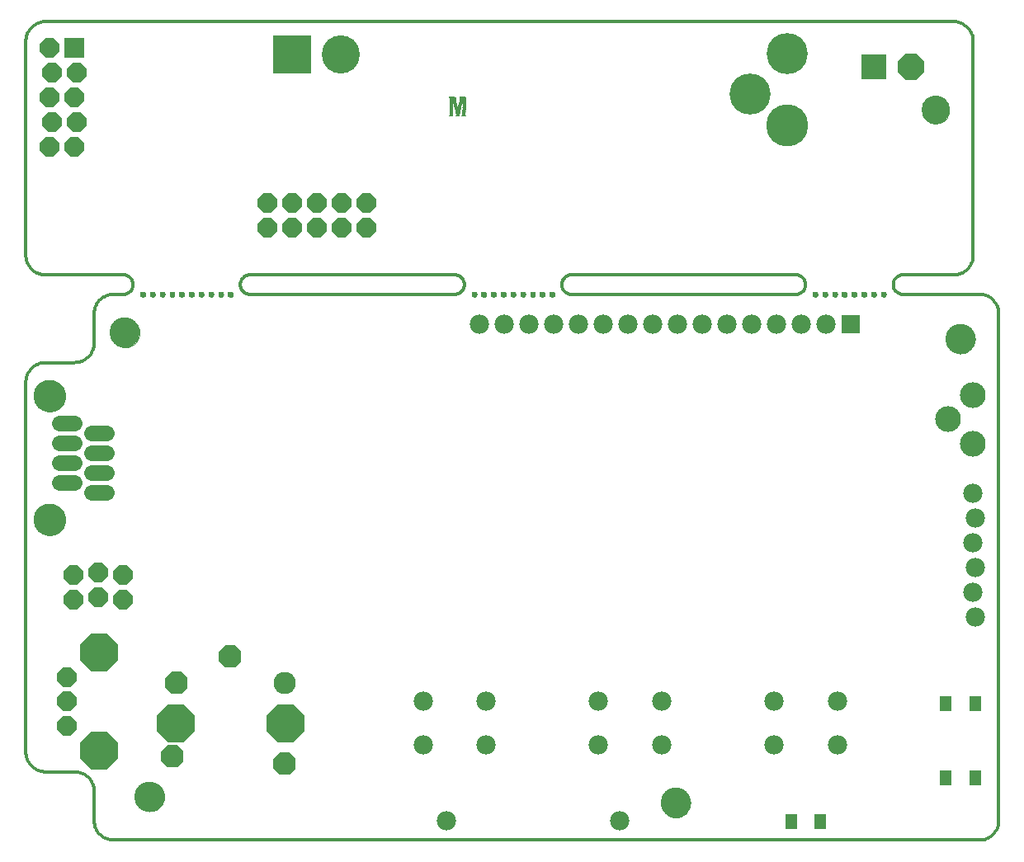
<source format=gbs>
G75*
%MOIN*%
%OFA0B0*%
%FSLAX24Y24*%
%IPPOS*%
%LPD*%
%AMOC8*
5,1,8,0,0,1.08239X$1,22.5*
%
%ADD10C,0.0120*%
%ADD11C,0.0000*%
%ADD12C,0.1142*%
%ADD13C,0.0237*%
%ADD14C,0.1221*%
%ADD15OC8,0.0800*%
%ADD16R,0.0800X0.0800*%
%ADD17R,0.0003X0.0003*%
%ADD18R,0.0029X0.0003*%
%ADD19R,0.0003X0.0003*%
%ADD20R,0.0044X0.0003*%
%ADD21R,0.0148X0.0003*%
%ADD22R,0.0112X0.0003*%
%ADD23R,0.0138X0.0003*%
%ADD24R,0.0159X0.0003*%
%ADD25R,0.0127X0.0003*%
%ADD26R,0.0159X0.0003*%
%ADD27R,0.0122X0.0003*%
%ADD28R,0.0156X0.0003*%
%ADD29R,0.0161X0.0003*%
%ADD30R,0.0161X0.0003*%
%ADD31R,0.0130X0.0003*%
%ADD32R,0.0161X0.0003*%
%ADD33R,0.0133X0.0003*%
%ADD34R,0.0164X0.0003*%
%ADD35R,0.0133X0.0003*%
%ADD36R,0.0135X0.0003*%
%ADD37R,0.0164X0.0003*%
%ADD38R,0.0138X0.0003*%
%ADD39R,0.0143X0.0003*%
%ADD40R,0.0140X0.0003*%
%ADD41R,0.0161X0.0003*%
%ADD42R,0.0164X0.0003*%
%ADD43R,0.0146X0.0003*%
%ADD44R,0.0146X0.0003*%
%ADD45R,0.0148X0.0003*%
%ADD46R,0.0164X0.0003*%
%ADD47R,0.0151X0.0003*%
%ADD48R,0.0153X0.0003*%
%ADD49R,0.0151X0.0003*%
%ADD50R,0.0153X0.0003*%
%ADD51R,0.0153X0.0003*%
%ADD52R,0.0156X0.0003*%
%ADD53R,0.0156X0.0003*%
%ADD54R,0.0166X0.0003*%
%ADD55R,0.0166X0.0003*%
%ADD56R,0.0169X0.0003*%
%ADD57R,0.0172X0.0003*%
%ADD58R,0.0174X0.0003*%
%ADD59R,0.0169X0.0003*%
%ADD60R,0.0179X0.0003*%
%ADD61R,0.0179X0.0003*%
%ADD62R,0.0185X0.0003*%
%ADD63R,0.0182X0.0003*%
%ADD64R,0.0185X0.0003*%
%ADD65R,0.0190X0.0003*%
%ADD66R,0.0192X0.0003*%
%ADD67R,0.0195X0.0003*%
%ADD68R,0.0198X0.0003*%
%ADD69R,0.0200X0.0003*%
%ADD70R,0.0203X0.0003*%
%ADD71R,0.0200X0.0003*%
%ADD72R,0.0203X0.0003*%
%ADD73R,0.0205X0.0003*%
%ADD74R,0.0205X0.0003*%
%ADD75R,0.0208X0.0003*%
%ADD76R,0.0208X0.0003*%
%ADD77R,0.0211X0.0003*%
%ADD78R,0.0213X0.0003*%
%ADD79R,0.0213X0.0003*%
%ADD80R,0.0216X0.0003*%
%ADD81R,0.0216X0.0003*%
%ADD82R,0.0218X0.0003*%
%ADD83R,0.0221X0.0003*%
%ADD84R,0.0221X0.0003*%
%ADD85R,0.0221X0.0003*%
%ADD86R,0.0224X0.0003*%
%ADD87R,0.0226X0.0003*%
%ADD88R,0.0226X0.0003*%
%ADD89R,0.0231X0.0003*%
%ADD90R,0.0229X0.0003*%
%ADD91R,0.0231X0.0003*%
%ADD92R,0.0234X0.0003*%
%ADD93R,0.0237X0.0003*%
%ADD94R,0.0239X0.0003*%
%ADD95R,0.0156X0.0003*%
%ADD96R,0.0242X0.0003*%
%ADD97R,0.0239X0.0003*%
%ADD98R,0.0242X0.0003*%
%ADD99R,0.0244X0.0003*%
%ADD100R,0.0244X0.0003*%
%ADD101R,0.0247X0.0003*%
%ADD102R,0.0250X0.0003*%
%ADD103R,0.0250X0.0003*%
%ADD104R,0.0252X0.0003*%
%ADD105R,0.0153X0.0003*%
%ADD106R,0.0252X0.0003*%
%ADD107R,0.0255X0.0003*%
%ADD108R,0.0255X0.0003*%
%ADD109R,0.0257X0.0003*%
%ADD110R,0.0257X0.0003*%
%ADD111R,0.0260X0.0003*%
%ADD112R,0.0260X0.0003*%
%ADD113R,0.0263X0.0003*%
%ADD114R,0.0265X0.0003*%
%ADD115R,0.0265X0.0003*%
%ADD116R,0.0268X0.0003*%
%ADD117R,0.0133X0.0003*%
%ADD118R,0.0127X0.0003*%
%ADD119R,0.0130X0.0003*%
%ADD120R,0.0127X0.0003*%
%ADD121R,0.0127X0.0003*%
%ADD122R,0.0125X0.0003*%
%ADD123R,0.0125X0.0003*%
%ADD124R,0.0125X0.0003*%
%ADD125R,0.0122X0.0003*%
%ADD126R,0.0125X0.0003*%
%ADD127R,0.0133X0.0003*%
%ADD128R,0.0296X0.0003*%
%ADD129R,0.0296X0.0003*%
%ADD130R,0.0294X0.0003*%
%ADD131R,0.0296X0.0003*%
%ADD132R,0.0294X0.0003*%
%ADD133R,0.0294X0.0003*%
%ADD134R,0.0294X0.0003*%
%ADD135R,0.0291X0.0003*%
%ADD136R,0.0291X0.0003*%
%ADD137R,0.0289X0.0003*%
%ADD138R,0.0289X0.0003*%
%ADD139R,0.0286X0.0003*%
%ADD140R,0.0286X0.0003*%
%ADD141R,0.0286X0.0003*%
%ADD142R,0.0286X0.0003*%
%ADD143R,0.0283X0.0003*%
%ADD144R,0.0283X0.0003*%
%ADD145R,0.0281X0.0003*%
%ADD146R,0.0278X0.0003*%
%ADD147R,0.0281X0.0003*%
%ADD148R,0.0278X0.0003*%
%ADD149R,0.0278X0.0003*%
%ADD150R,0.0276X0.0003*%
%ADD151R,0.0278X0.0003*%
%ADD152R,0.0276X0.0003*%
%ADD153R,0.0273X0.0003*%
%ADD154R,0.0273X0.0003*%
%ADD155R,0.0273X0.0003*%
%ADD156R,0.0273X0.0003*%
%ADD157R,0.0270X0.0003*%
%ADD158R,0.0270X0.0003*%
%ADD159R,0.0268X0.0003*%
%ADD160R,0.0268X0.0003*%
%ADD161R,0.0263X0.0003*%
%ADD162R,0.0263X0.0003*%
%ADD163R,0.0263X0.0003*%
%ADD164R,0.0265X0.0003*%
%ADD165R,0.0255X0.0003*%
%ADD166R,0.0257X0.0003*%
%ADD167R,0.0247X0.0003*%
%ADD168R,0.0244X0.0003*%
%ADD169R,0.0237X0.0003*%
%ADD170R,0.0237X0.0003*%
%ADD171R,0.0003X0.0003*%
%ADD172R,0.0003X0.0003*%
%ADD173R,0.0190X0.0003*%
%ADD174OC8,0.0780*%
%ADD175R,0.1540X0.1540*%
%ADD176C,0.1540*%
%ADD177OC8,0.1040*%
%ADD178R,0.1040X0.1040*%
%ADD179R,0.0780X0.0780*%
%ADD180C,0.0780*%
%ADD181C,0.0634*%
%ADD182C,0.1300*%
%ADD183OC8,0.1540*%
%ADD184C,0.0900*%
%ADD185OC8,0.0900*%
%ADD186R,0.0512X0.0591*%
%ADD187C,0.1040*%
%ADD188C,0.1700*%
%ADD189C,0.1660*%
D10*
X007011Y006459D02*
X007011Y021420D01*
X007013Y021474D01*
X007018Y021527D01*
X007027Y021580D01*
X007040Y021632D01*
X007056Y021684D01*
X007076Y021734D01*
X007099Y021782D01*
X007126Y021829D01*
X007155Y021874D01*
X007188Y021917D01*
X007223Y021957D01*
X007261Y021995D01*
X007301Y022030D01*
X007344Y022063D01*
X007389Y022092D01*
X007436Y022119D01*
X007484Y022142D01*
X007534Y022162D01*
X007586Y022178D01*
X007638Y022191D01*
X007691Y022200D01*
X007744Y022205D01*
X007798Y022207D01*
X008979Y022207D01*
X008979Y022208D02*
X009033Y022210D01*
X009086Y022215D01*
X009139Y022224D01*
X009191Y022237D01*
X009243Y022253D01*
X009293Y022273D01*
X009341Y022296D01*
X009388Y022323D01*
X009433Y022352D01*
X009476Y022385D01*
X009516Y022420D01*
X009554Y022458D01*
X009589Y022498D01*
X009622Y022541D01*
X009651Y022586D01*
X009678Y022633D01*
X009701Y022681D01*
X009721Y022731D01*
X009737Y022783D01*
X009750Y022835D01*
X009759Y022888D01*
X009764Y022941D01*
X009766Y022995D01*
X009767Y022995D02*
X009767Y024176D01*
X009769Y024230D01*
X009774Y024283D01*
X009783Y024336D01*
X009796Y024388D01*
X009812Y024440D01*
X009832Y024490D01*
X009855Y024538D01*
X009882Y024585D01*
X009911Y024630D01*
X009944Y024673D01*
X009979Y024713D01*
X010017Y024751D01*
X010057Y024786D01*
X010100Y024819D01*
X010145Y024848D01*
X010192Y024875D01*
X010240Y024898D01*
X010290Y024918D01*
X010342Y024934D01*
X010394Y024947D01*
X010447Y024956D01*
X010500Y024961D01*
X010554Y024963D01*
X010948Y024963D01*
X010987Y024965D01*
X011025Y024971D01*
X011062Y024980D01*
X011099Y024993D01*
X011134Y025010D01*
X011167Y025029D01*
X011198Y025052D01*
X011227Y025078D01*
X011253Y025107D01*
X011276Y025138D01*
X011295Y025171D01*
X011312Y025206D01*
X011325Y025243D01*
X011334Y025280D01*
X011340Y025318D01*
X011342Y025357D01*
X011340Y025396D01*
X011334Y025434D01*
X011325Y025471D01*
X011312Y025508D01*
X011295Y025543D01*
X011276Y025576D01*
X011253Y025607D01*
X011227Y025636D01*
X011198Y025662D01*
X011167Y025685D01*
X011134Y025704D01*
X011099Y025721D01*
X011062Y025734D01*
X011025Y025743D01*
X010987Y025749D01*
X010948Y025751D01*
X007798Y025751D01*
X007744Y025753D01*
X007691Y025758D01*
X007638Y025767D01*
X007586Y025780D01*
X007534Y025796D01*
X007484Y025816D01*
X007436Y025839D01*
X007389Y025866D01*
X007344Y025895D01*
X007301Y025928D01*
X007261Y025963D01*
X007223Y026001D01*
X007188Y026041D01*
X007155Y026084D01*
X007126Y026129D01*
X007099Y026176D01*
X007076Y026224D01*
X007056Y026274D01*
X007040Y026326D01*
X007027Y026378D01*
X007018Y026431D01*
X007013Y026484D01*
X007011Y026538D01*
X007011Y035199D01*
X007013Y035253D01*
X007018Y035306D01*
X007027Y035359D01*
X007040Y035411D01*
X007056Y035463D01*
X007076Y035513D01*
X007099Y035561D01*
X007126Y035608D01*
X007155Y035653D01*
X007188Y035696D01*
X007223Y035736D01*
X007261Y035774D01*
X007301Y035809D01*
X007344Y035842D01*
X007389Y035871D01*
X007436Y035898D01*
X007484Y035921D01*
X007534Y035941D01*
X007586Y035957D01*
X007638Y035970D01*
X007691Y035979D01*
X007744Y035984D01*
X007798Y035986D01*
X007798Y035987D02*
X044491Y035987D01*
X044491Y035986D02*
X044545Y035984D01*
X044598Y035979D01*
X044651Y035970D01*
X044703Y035957D01*
X044755Y035941D01*
X044805Y035921D01*
X044853Y035898D01*
X044900Y035871D01*
X044945Y035842D01*
X044988Y035809D01*
X045028Y035774D01*
X045066Y035736D01*
X045101Y035696D01*
X045134Y035653D01*
X045163Y035608D01*
X045190Y035561D01*
X045213Y035513D01*
X045233Y035463D01*
X045249Y035411D01*
X045262Y035359D01*
X045271Y035306D01*
X045276Y035253D01*
X045278Y035199D01*
X045279Y035199D02*
X045279Y026538D01*
X045278Y026538D02*
X045276Y026484D01*
X045271Y026431D01*
X045262Y026378D01*
X045249Y026326D01*
X045233Y026274D01*
X045213Y026224D01*
X045190Y026176D01*
X045163Y026129D01*
X045134Y026084D01*
X045101Y026041D01*
X045066Y026001D01*
X045028Y025963D01*
X044988Y025928D01*
X044945Y025895D01*
X044900Y025866D01*
X044853Y025839D01*
X044805Y025816D01*
X044755Y025796D01*
X044703Y025780D01*
X044651Y025767D01*
X044598Y025758D01*
X044545Y025753D01*
X044491Y025751D01*
X042444Y025751D01*
X042405Y025749D01*
X042367Y025743D01*
X042330Y025734D01*
X042293Y025721D01*
X042258Y025704D01*
X042225Y025685D01*
X042194Y025662D01*
X042165Y025636D01*
X042139Y025607D01*
X042116Y025576D01*
X042097Y025543D01*
X042080Y025508D01*
X042067Y025471D01*
X042058Y025434D01*
X042052Y025396D01*
X042050Y025357D01*
X042052Y025318D01*
X042058Y025280D01*
X042067Y025243D01*
X042080Y025206D01*
X042097Y025171D01*
X042116Y025138D01*
X042139Y025107D01*
X042165Y025078D01*
X042194Y025052D01*
X042225Y025029D01*
X042258Y025010D01*
X042293Y024993D01*
X042330Y024980D01*
X042367Y024971D01*
X042405Y024965D01*
X042444Y024963D01*
X045594Y024963D01*
X045593Y024963D02*
X045647Y024958D01*
X045699Y024950D01*
X045751Y024938D01*
X045802Y024922D01*
X045852Y024902D01*
X045901Y024879D01*
X045947Y024853D01*
X045991Y024823D01*
X046034Y024790D01*
X046074Y024754D01*
X046111Y024716D01*
X046145Y024675D01*
X046176Y024632D01*
X046205Y024586D01*
X046229Y024539D01*
X046251Y024490D01*
X046269Y024440D01*
X046283Y024388D01*
X046293Y024336D01*
X046300Y024282D01*
X046303Y024229D01*
X046302Y024176D01*
X046302Y003703D01*
X046303Y003650D01*
X046300Y003597D01*
X046293Y003543D01*
X046283Y003491D01*
X046269Y003439D01*
X046251Y003389D01*
X046229Y003340D01*
X046205Y003293D01*
X046176Y003247D01*
X046145Y003204D01*
X046111Y003163D01*
X046074Y003125D01*
X046034Y003089D01*
X045991Y003056D01*
X045947Y003026D01*
X045901Y003000D01*
X045852Y002977D01*
X045802Y002957D01*
X045751Y002941D01*
X045699Y002929D01*
X045647Y002921D01*
X045593Y002916D01*
X045594Y002916D02*
X010554Y002916D01*
X010500Y002918D01*
X010447Y002923D01*
X010394Y002932D01*
X010342Y002945D01*
X010290Y002961D01*
X010240Y002981D01*
X010192Y003004D01*
X010145Y003031D01*
X010100Y003060D01*
X010057Y003093D01*
X010017Y003128D01*
X009979Y003166D01*
X009944Y003206D01*
X009911Y003249D01*
X009882Y003294D01*
X009855Y003341D01*
X009832Y003389D01*
X009812Y003439D01*
X009796Y003491D01*
X009783Y003543D01*
X009774Y003596D01*
X009769Y003649D01*
X009767Y003703D01*
X009767Y004884D01*
X009766Y004884D02*
X009764Y004938D01*
X009759Y004991D01*
X009750Y005044D01*
X009737Y005096D01*
X009721Y005148D01*
X009701Y005198D01*
X009678Y005246D01*
X009651Y005293D01*
X009622Y005338D01*
X009589Y005381D01*
X009554Y005421D01*
X009516Y005459D01*
X009476Y005494D01*
X009433Y005527D01*
X009388Y005556D01*
X009341Y005583D01*
X009293Y005606D01*
X009243Y005626D01*
X009191Y005642D01*
X009139Y005655D01*
X009086Y005664D01*
X009033Y005669D01*
X008979Y005671D01*
X008979Y005672D02*
X007798Y005672D01*
X007744Y005674D01*
X007691Y005679D01*
X007638Y005688D01*
X007586Y005701D01*
X007534Y005717D01*
X007484Y005737D01*
X007436Y005760D01*
X007389Y005787D01*
X007344Y005816D01*
X007301Y005849D01*
X007261Y005884D01*
X007223Y005922D01*
X007188Y005962D01*
X007155Y006005D01*
X007126Y006050D01*
X007099Y006097D01*
X007076Y006145D01*
X007056Y006195D01*
X007040Y006247D01*
X007027Y006299D01*
X007018Y006352D01*
X007013Y006405D01*
X007011Y006459D01*
X016066Y024963D02*
X024334Y024963D01*
X024373Y024965D01*
X024411Y024971D01*
X024448Y024980D01*
X024485Y024993D01*
X024520Y025010D01*
X024553Y025029D01*
X024584Y025052D01*
X024613Y025078D01*
X024639Y025107D01*
X024662Y025138D01*
X024681Y025171D01*
X024698Y025206D01*
X024711Y025243D01*
X024720Y025280D01*
X024726Y025318D01*
X024728Y025357D01*
X024726Y025396D01*
X024720Y025434D01*
X024711Y025471D01*
X024698Y025508D01*
X024681Y025543D01*
X024662Y025576D01*
X024639Y025607D01*
X024613Y025636D01*
X024584Y025662D01*
X024553Y025685D01*
X024520Y025704D01*
X024485Y025721D01*
X024448Y025734D01*
X024411Y025743D01*
X024373Y025749D01*
X024334Y025751D01*
X016066Y025751D01*
X015672Y025357D02*
X015674Y025318D01*
X015680Y025280D01*
X015689Y025243D01*
X015702Y025206D01*
X015719Y025171D01*
X015738Y025138D01*
X015761Y025107D01*
X015787Y025078D01*
X015816Y025052D01*
X015847Y025029D01*
X015880Y025010D01*
X015915Y024993D01*
X015952Y024980D01*
X015989Y024971D01*
X016027Y024965D01*
X016066Y024963D01*
X015672Y025357D02*
X015674Y025396D01*
X015680Y025434D01*
X015689Y025471D01*
X015702Y025508D01*
X015719Y025543D01*
X015738Y025576D01*
X015761Y025607D01*
X015787Y025636D01*
X015816Y025662D01*
X015847Y025685D01*
X015880Y025704D01*
X015915Y025721D01*
X015952Y025734D01*
X015989Y025743D01*
X016027Y025749D01*
X016066Y025751D01*
X029058Y025751D02*
X038113Y025751D01*
X038507Y025357D02*
X038505Y025318D01*
X038499Y025280D01*
X038490Y025243D01*
X038477Y025206D01*
X038460Y025171D01*
X038441Y025138D01*
X038418Y025107D01*
X038392Y025078D01*
X038363Y025052D01*
X038332Y025029D01*
X038299Y025010D01*
X038264Y024993D01*
X038227Y024980D01*
X038190Y024971D01*
X038152Y024965D01*
X038113Y024963D01*
X029058Y024963D01*
X028664Y025357D02*
X028666Y025396D01*
X028672Y025434D01*
X028681Y025471D01*
X028694Y025508D01*
X028711Y025543D01*
X028730Y025576D01*
X028753Y025607D01*
X028779Y025636D01*
X028808Y025662D01*
X028839Y025685D01*
X028872Y025704D01*
X028907Y025721D01*
X028944Y025734D01*
X028981Y025743D01*
X029019Y025749D01*
X029058Y025751D01*
X028664Y025357D02*
X028666Y025318D01*
X028672Y025280D01*
X028681Y025243D01*
X028694Y025206D01*
X028711Y025171D01*
X028730Y025138D01*
X028753Y025107D01*
X028779Y025078D01*
X028808Y025052D01*
X028839Y025029D01*
X028872Y025010D01*
X028907Y024993D01*
X028944Y024980D01*
X028981Y024971D01*
X029019Y024965D01*
X029058Y024963D01*
X038113Y025751D02*
X038152Y025749D01*
X038190Y025743D01*
X038227Y025734D01*
X038264Y025721D01*
X038299Y025704D01*
X038332Y025685D01*
X038363Y025662D01*
X038392Y025636D01*
X038418Y025607D01*
X038441Y025576D01*
X038460Y025543D01*
X038477Y025508D01*
X038490Y025471D01*
X038499Y025434D01*
X038505Y025396D01*
X038507Y025357D01*
D11*
X038803Y024963D02*
X038805Y024982D01*
X038810Y025001D01*
X038820Y025017D01*
X038832Y025032D01*
X038847Y025044D01*
X038863Y025054D01*
X038882Y025059D01*
X038901Y025061D01*
X038920Y025059D01*
X038939Y025054D01*
X038955Y025044D01*
X038970Y025032D01*
X038982Y025017D01*
X038992Y025001D01*
X038997Y024982D01*
X038999Y024963D01*
X038997Y024944D01*
X038992Y024925D01*
X038982Y024909D01*
X038970Y024894D01*
X038955Y024882D01*
X038939Y024872D01*
X038920Y024867D01*
X038901Y024865D01*
X038882Y024867D01*
X038863Y024872D01*
X038847Y024882D01*
X038832Y024894D01*
X038820Y024909D01*
X038810Y024925D01*
X038805Y024944D01*
X038803Y024963D01*
X039196Y024963D02*
X039198Y024982D01*
X039203Y025001D01*
X039213Y025017D01*
X039225Y025032D01*
X039240Y025044D01*
X039256Y025054D01*
X039275Y025059D01*
X039294Y025061D01*
X039313Y025059D01*
X039332Y025054D01*
X039348Y025044D01*
X039363Y025032D01*
X039375Y025017D01*
X039385Y025001D01*
X039390Y024982D01*
X039392Y024963D01*
X039390Y024944D01*
X039385Y024925D01*
X039375Y024909D01*
X039363Y024894D01*
X039348Y024882D01*
X039332Y024872D01*
X039313Y024867D01*
X039294Y024865D01*
X039275Y024867D01*
X039256Y024872D01*
X039240Y024882D01*
X039225Y024894D01*
X039213Y024909D01*
X039203Y024925D01*
X039198Y024944D01*
X039196Y024963D01*
X039590Y024963D02*
X039592Y024982D01*
X039597Y025001D01*
X039607Y025017D01*
X039619Y025032D01*
X039634Y025044D01*
X039650Y025054D01*
X039669Y025059D01*
X039688Y025061D01*
X039707Y025059D01*
X039726Y025054D01*
X039742Y025044D01*
X039757Y025032D01*
X039769Y025017D01*
X039779Y025001D01*
X039784Y024982D01*
X039786Y024963D01*
X039784Y024944D01*
X039779Y024925D01*
X039769Y024909D01*
X039757Y024894D01*
X039742Y024882D01*
X039726Y024872D01*
X039707Y024867D01*
X039688Y024865D01*
X039669Y024867D01*
X039650Y024872D01*
X039634Y024882D01*
X039619Y024894D01*
X039607Y024909D01*
X039597Y024925D01*
X039592Y024944D01*
X039590Y024963D01*
X039984Y024963D02*
X039986Y024982D01*
X039991Y025001D01*
X040001Y025017D01*
X040013Y025032D01*
X040028Y025044D01*
X040044Y025054D01*
X040063Y025059D01*
X040082Y025061D01*
X040101Y025059D01*
X040120Y025054D01*
X040136Y025044D01*
X040151Y025032D01*
X040163Y025017D01*
X040173Y025001D01*
X040178Y024982D01*
X040180Y024963D01*
X040178Y024944D01*
X040173Y024925D01*
X040163Y024909D01*
X040151Y024894D01*
X040136Y024882D01*
X040120Y024872D01*
X040101Y024867D01*
X040082Y024865D01*
X040063Y024867D01*
X040044Y024872D01*
X040028Y024882D01*
X040013Y024894D01*
X040001Y024909D01*
X039991Y024925D01*
X039986Y024944D01*
X039984Y024963D01*
X040377Y024963D02*
X040379Y024982D01*
X040384Y025001D01*
X040394Y025017D01*
X040406Y025032D01*
X040421Y025044D01*
X040437Y025054D01*
X040456Y025059D01*
X040475Y025061D01*
X040494Y025059D01*
X040513Y025054D01*
X040529Y025044D01*
X040544Y025032D01*
X040556Y025017D01*
X040566Y025001D01*
X040571Y024982D01*
X040573Y024963D01*
X040571Y024944D01*
X040566Y024925D01*
X040556Y024909D01*
X040544Y024894D01*
X040529Y024882D01*
X040513Y024872D01*
X040494Y024867D01*
X040475Y024865D01*
X040456Y024867D01*
X040437Y024872D01*
X040421Y024882D01*
X040406Y024894D01*
X040394Y024909D01*
X040384Y024925D01*
X040379Y024944D01*
X040377Y024963D01*
X040771Y024963D02*
X040773Y024982D01*
X040778Y025001D01*
X040788Y025017D01*
X040800Y025032D01*
X040815Y025044D01*
X040831Y025054D01*
X040850Y025059D01*
X040869Y025061D01*
X040888Y025059D01*
X040907Y025054D01*
X040923Y025044D01*
X040938Y025032D01*
X040950Y025017D01*
X040960Y025001D01*
X040965Y024982D01*
X040967Y024963D01*
X040965Y024944D01*
X040960Y024925D01*
X040950Y024909D01*
X040938Y024894D01*
X040923Y024882D01*
X040907Y024872D01*
X040888Y024867D01*
X040869Y024865D01*
X040850Y024867D01*
X040831Y024872D01*
X040815Y024882D01*
X040800Y024894D01*
X040788Y024909D01*
X040778Y024925D01*
X040773Y024944D01*
X040771Y024963D01*
X041165Y024963D02*
X041167Y024982D01*
X041172Y025001D01*
X041182Y025017D01*
X041194Y025032D01*
X041209Y025044D01*
X041225Y025054D01*
X041244Y025059D01*
X041263Y025061D01*
X041282Y025059D01*
X041301Y025054D01*
X041317Y025044D01*
X041332Y025032D01*
X041344Y025017D01*
X041354Y025001D01*
X041359Y024982D01*
X041361Y024963D01*
X041359Y024944D01*
X041354Y024925D01*
X041344Y024909D01*
X041332Y024894D01*
X041317Y024882D01*
X041301Y024872D01*
X041282Y024867D01*
X041263Y024865D01*
X041244Y024867D01*
X041225Y024872D01*
X041209Y024882D01*
X041194Y024894D01*
X041182Y024909D01*
X041172Y024925D01*
X041167Y024944D01*
X041165Y024963D01*
X041558Y024963D02*
X041560Y024982D01*
X041565Y025001D01*
X041575Y025017D01*
X041587Y025032D01*
X041602Y025044D01*
X041618Y025054D01*
X041637Y025059D01*
X041656Y025061D01*
X041675Y025059D01*
X041694Y025054D01*
X041710Y025044D01*
X041725Y025032D01*
X041737Y025017D01*
X041747Y025001D01*
X041752Y024982D01*
X041754Y024963D01*
X041752Y024944D01*
X041747Y024925D01*
X041737Y024909D01*
X041725Y024894D01*
X041710Y024882D01*
X041694Y024872D01*
X041675Y024867D01*
X041656Y024865D01*
X041637Y024867D01*
X041618Y024872D01*
X041602Y024882D01*
X041587Y024894D01*
X041575Y024909D01*
X041565Y024925D01*
X041560Y024944D01*
X041558Y024963D01*
X044170Y023166D02*
X044172Y023214D01*
X044178Y023262D01*
X044188Y023309D01*
X044201Y023355D01*
X044219Y023400D01*
X044239Y023444D01*
X044264Y023486D01*
X044292Y023525D01*
X044322Y023562D01*
X044356Y023596D01*
X044393Y023628D01*
X044431Y023657D01*
X044472Y023682D01*
X044515Y023704D01*
X044560Y023722D01*
X044606Y023736D01*
X044653Y023747D01*
X044701Y023754D01*
X044749Y023757D01*
X044797Y023756D01*
X044845Y023751D01*
X044893Y023742D01*
X044939Y023730D01*
X044984Y023713D01*
X045028Y023693D01*
X045070Y023670D01*
X045110Y023643D01*
X045148Y023613D01*
X045183Y023580D01*
X045215Y023544D01*
X045245Y023506D01*
X045271Y023465D01*
X045293Y023422D01*
X045313Y023378D01*
X045328Y023333D01*
X045340Y023286D01*
X045348Y023238D01*
X045352Y023190D01*
X045352Y023142D01*
X045348Y023094D01*
X045340Y023046D01*
X045328Y022999D01*
X045313Y022954D01*
X045293Y022910D01*
X045271Y022867D01*
X045245Y022826D01*
X045215Y022788D01*
X045183Y022752D01*
X045148Y022719D01*
X045110Y022689D01*
X045070Y022662D01*
X045028Y022639D01*
X044984Y022619D01*
X044939Y022602D01*
X044893Y022590D01*
X044845Y022581D01*
X044797Y022576D01*
X044749Y022575D01*
X044701Y022578D01*
X044653Y022585D01*
X044606Y022596D01*
X044560Y022610D01*
X044515Y022628D01*
X044472Y022650D01*
X044431Y022675D01*
X044393Y022704D01*
X044356Y022736D01*
X044322Y022770D01*
X044292Y022807D01*
X044264Y022846D01*
X044239Y022888D01*
X044219Y022932D01*
X044201Y022977D01*
X044188Y023023D01*
X044178Y023070D01*
X044172Y023118D01*
X044170Y023166D01*
X043210Y032416D02*
X043212Y032463D01*
X043218Y032509D01*
X043228Y032555D01*
X043241Y032600D01*
X043259Y032643D01*
X043280Y032685D01*
X043304Y032725D01*
X043332Y032762D01*
X043363Y032797D01*
X043397Y032830D01*
X043433Y032859D01*
X043472Y032885D01*
X043513Y032908D01*
X043556Y032927D01*
X043600Y032943D01*
X043645Y032955D01*
X043691Y032963D01*
X043738Y032967D01*
X043784Y032967D01*
X043831Y032963D01*
X043877Y032955D01*
X043922Y032943D01*
X043966Y032927D01*
X044009Y032908D01*
X044050Y032885D01*
X044089Y032859D01*
X044125Y032830D01*
X044159Y032797D01*
X044190Y032762D01*
X044218Y032725D01*
X044242Y032685D01*
X044263Y032643D01*
X044281Y032600D01*
X044294Y032555D01*
X044304Y032509D01*
X044310Y032463D01*
X044312Y032416D01*
X044310Y032369D01*
X044304Y032323D01*
X044294Y032277D01*
X044281Y032232D01*
X044263Y032189D01*
X044242Y032147D01*
X044218Y032107D01*
X044190Y032070D01*
X044159Y032035D01*
X044125Y032002D01*
X044089Y031973D01*
X044050Y031947D01*
X044009Y031924D01*
X043966Y031905D01*
X043922Y031889D01*
X043877Y031877D01*
X043831Y031869D01*
X043784Y031865D01*
X043738Y031865D01*
X043691Y031869D01*
X043645Y031877D01*
X043600Y031889D01*
X043556Y031905D01*
X043513Y031924D01*
X043472Y031947D01*
X043433Y031973D01*
X043397Y032002D01*
X043363Y032035D01*
X043332Y032070D01*
X043304Y032107D01*
X043280Y032147D01*
X043259Y032189D01*
X043241Y032232D01*
X043228Y032277D01*
X043218Y032323D01*
X043212Y032369D01*
X043210Y032416D01*
X028173Y024963D02*
X028175Y024982D01*
X028180Y025001D01*
X028190Y025017D01*
X028202Y025032D01*
X028217Y025044D01*
X028233Y025054D01*
X028252Y025059D01*
X028271Y025061D01*
X028290Y025059D01*
X028309Y025054D01*
X028325Y025044D01*
X028340Y025032D01*
X028352Y025017D01*
X028362Y025001D01*
X028367Y024982D01*
X028369Y024963D01*
X028367Y024944D01*
X028362Y024925D01*
X028352Y024909D01*
X028340Y024894D01*
X028325Y024882D01*
X028309Y024872D01*
X028290Y024867D01*
X028271Y024865D01*
X028252Y024867D01*
X028233Y024872D01*
X028217Y024882D01*
X028202Y024894D01*
X028190Y024909D01*
X028180Y024925D01*
X028175Y024944D01*
X028173Y024963D01*
X027779Y024963D02*
X027781Y024982D01*
X027786Y025001D01*
X027796Y025017D01*
X027808Y025032D01*
X027823Y025044D01*
X027839Y025054D01*
X027858Y025059D01*
X027877Y025061D01*
X027896Y025059D01*
X027915Y025054D01*
X027931Y025044D01*
X027946Y025032D01*
X027958Y025017D01*
X027968Y025001D01*
X027973Y024982D01*
X027975Y024963D01*
X027973Y024944D01*
X027968Y024925D01*
X027958Y024909D01*
X027946Y024894D01*
X027931Y024882D01*
X027915Y024872D01*
X027896Y024867D01*
X027877Y024865D01*
X027858Y024867D01*
X027839Y024872D01*
X027823Y024882D01*
X027808Y024894D01*
X027796Y024909D01*
X027786Y024925D01*
X027781Y024944D01*
X027779Y024963D01*
X027385Y024963D02*
X027387Y024982D01*
X027392Y025001D01*
X027402Y025017D01*
X027414Y025032D01*
X027429Y025044D01*
X027445Y025054D01*
X027464Y025059D01*
X027483Y025061D01*
X027502Y025059D01*
X027521Y025054D01*
X027537Y025044D01*
X027552Y025032D01*
X027564Y025017D01*
X027574Y025001D01*
X027579Y024982D01*
X027581Y024963D01*
X027579Y024944D01*
X027574Y024925D01*
X027564Y024909D01*
X027552Y024894D01*
X027537Y024882D01*
X027521Y024872D01*
X027502Y024867D01*
X027483Y024865D01*
X027464Y024867D01*
X027445Y024872D01*
X027429Y024882D01*
X027414Y024894D01*
X027402Y024909D01*
X027392Y024925D01*
X027387Y024944D01*
X027385Y024963D01*
X026992Y024963D02*
X026994Y024982D01*
X026999Y025001D01*
X027009Y025017D01*
X027021Y025032D01*
X027036Y025044D01*
X027052Y025054D01*
X027071Y025059D01*
X027090Y025061D01*
X027109Y025059D01*
X027128Y025054D01*
X027144Y025044D01*
X027159Y025032D01*
X027171Y025017D01*
X027181Y025001D01*
X027186Y024982D01*
X027188Y024963D01*
X027186Y024944D01*
X027181Y024925D01*
X027171Y024909D01*
X027159Y024894D01*
X027144Y024882D01*
X027128Y024872D01*
X027109Y024867D01*
X027090Y024865D01*
X027071Y024867D01*
X027052Y024872D01*
X027036Y024882D01*
X027021Y024894D01*
X027009Y024909D01*
X026999Y024925D01*
X026994Y024944D01*
X026992Y024963D01*
X026598Y024963D02*
X026600Y024982D01*
X026605Y025001D01*
X026615Y025017D01*
X026627Y025032D01*
X026642Y025044D01*
X026658Y025054D01*
X026677Y025059D01*
X026696Y025061D01*
X026715Y025059D01*
X026734Y025054D01*
X026750Y025044D01*
X026765Y025032D01*
X026777Y025017D01*
X026787Y025001D01*
X026792Y024982D01*
X026794Y024963D01*
X026792Y024944D01*
X026787Y024925D01*
X026777Y024909D01*
X026765Y024894D01*
X026750Y024882D01*
X026734Y024872D01*
X026715Y024867D01*
X026696Y024865D01*
X026677Y024867D01*
X026658Y024872D01*
X026642Y024882D01*
X026627Y024894D01*
X026615Y024909D01*
X026605Y024925D01*
X026600Y024944D01*
X026598Y024963D01*
X026204Y024963D02*
X026206Y024982D01*
X026211Y025001D01*
X026221Y025017D01*
X026233Y025032D01*
X026248Y025044D01*
X026264Y025054D01*
X026283Y025059D01*
X026302Y025061D01*
X026321Y025059D01*
X026340Y025054D01*
X026356Y025044D01*
X026371Y025032D01*
X026383Y025017D01*
X026393Y025001D01*
X026398Y024982D01*
X026400Y024963D01*
X026398Y024944D01*
X026393Y024925D01*
X026383Y024909D01*
X026371Y024894D01*
X026356Y024882D01*
X026340Y024872D01*
X026321Y024867D01*
X026302Y024865D01*
X026283Y024867D01*
X026264Y024872D01*
X026248Y024882D01*
X026233Y024894D01*
X026221Y024909D01*
X026211Y024925D01*
X026206Y024944D01*
X026204Y024963D01*
X025810Y024963D02*
X025812Y024982D01*
X025817Y025001D01*
X025827Y025017D01*
X025839Y025032D01*
X025854Y025044D01*
X025870Y025054D01*
X025889Y025059D01*
X025908Y025061D01*
X025927Y025059D01*
X025946Y025054D01*
X025962Y025044D01*
X025977Y025032D01*
X025989Y025017D01*
X025999Y025001D01*
X026004Y024982D01*
X026006Y024963D01*
X026004Y024944D01*
X025999Y024925D01*
X025989Y024909D01*
X025977Y024894D01*
X025962Y024882D01*
X025946Y024872D01*
X025927Y024867D01*
X025908Y024865D01*
X025889Y024867D01*
X025870Y024872D01*
X025854Y024882D01*
X025839Y024894D01*
X025827Y024909D01*
X025817Y024925D01*
X025812Y024944D01*
X025810Y024963D01*
X025417Y024963D02*
X025419Y024982D01*
X025424Y025001D01*
X025434Y025017D01*
X025446Y025032D01*
X025461Y025044D01*
X025477Y025054D01*
X025496Y025059D01*
X025515Y025061D01*
X025534Y025059D01*
X025553Y025054D01*
X025569Y025044D01*
X025584Y025032D01*
X025596Y025017D01*
X025606Y025001D01*
X025611Y024982D01*
X025613Y024963D01*
X025611Y024944D01*
X025606Y024925D01*
X025596Y024909D01*
X025584Y024894D01*
X025569Y024882D01*
X025553Y024872D01*
X025534Y024867D01*
X025515Y024865D01*
X025496Y024867D01*
X025477Y024872D01*
X025461Y024882D01*
X025446Y024894D01*
X025434Y024909D01*
X025424Y024925D01*
X025419Y024944D01*
X025417Y024963D01*
X025023Y024963D02*
X025025Y024982D01*
X025030Y025001D01*
X025040Y025017D01*
X025052Y025032D01*
X025067Y025044D01*
X025083Y025054D01*
X025102Y025059D01*
X025121Y025061D01*
X025140Y025059D01*
X025159Y025054D01*
X025175Y025044D01*
X025190Y025032D01*
X025202Y025017D01*
X025212Y025001D01*
X025217Y024982D01*
X025219Y024963D01*
X025217Y024944D01*
X025212Y024925D01*
X025202Y024909D01*
X025190Y024894D01*
X025175Y024882D01*
X025159Y024872D01*
X025140Y024867D01*
X025121Y024865D01*
X025102Y024867D01*
X025083Y024872D01*
X025067Y024882D01*
X025052Y024894D01*
X025040Y024909D01*
X025030Y024925D01*
X025025Y024944D01*
X025023Y024963D01*
X015181Y024963D02*
X015183Y024982D01*
X015188Y025001D01*
X015198Y025017D01*
X015210Y025032D01*
X015225Y025044D01*
X015241Y025054D01*
X015260Y025059D01*
X015279Y025061D01*
X015298Y025059D01*
X015317Y025054D01*
X015333Y025044D01*
X015348Y025032D01*
X015360Y025017D01*
X015370Y025001D01*
X015375Y024982D01*
X015377Y024963D01*
X015375Y024944D01*
X015370Y024925D01*
X015360Y024909D01*
X015348Y024894D01*
X015333Y024882D01*
X015317Y024872D01*
X015298Y024867D01*
X015279Y024865D01*
X015260Y024867D01*
X015241Y024872D01*
X015225Y024882D01*
X015210Y024894D01*
X015198Y024909D01*
X015188Y024925D01*
X015183Y024944D01*
X015181Y024963D01*
X014787Y024963D02*
X014789Y024982D01*
X014794Y025001D01*
X014804Y025017D01*
X014816Y025032D01*
X014831Y025044D01*
X014847Y025054D01*
X014866Y025059D01*
X014885Y025061D01*
X014904Y025059D01*
X014923Y025054D01*
X014939Y025044D01*
X014954Y025032D01*
X014966Y025017D01*
X014976Y025001D01*
X014981Y024982D01*
X014983Y024963D01*
X014981Y024944D01*
X014976Y024925D01*
X014966Y024909D01*
X014954Y024894D01*
X014939Y024882D01*
X014923Y024872D01*
X014904Y024867D01*
X014885Y024865D01*
X014866Y024867D01*
X014847Y024872D01*
X014831Y024882D01*
X014816Y024894D01*
X014804Y024909D01*
X014794Y024925D01*
X014789Y024944D01*
X014787Y024963D01*
X014393Y024963D02*
X014395Y024982D01*
X014400Y025001D01*
X014410Y025017D01*
X014422Y025032D01*
X014437Y025044D01*
X014453Y025054D01*
X014472Y025059D01*
X014491Y025061D01*
X014510Y025059D01*
X014529Y025054D01*
X014545Y025044D01*
X014560Y025032D01*
X014572Y025017D01*
X014582Y025001D01*
X014587Y024982D01*
X014589Y024963D01*
X014587Y024944D01*
X014582Y024925D01*
X014572Y024909D01*
X014560Y024894D01*
X014545Y024882D01*
X014529Y024872D01*
X014510Y024867D01*
X014491Y024865D01*
X014472Y024867D01*
X014453Y024872D01*
X014437Y024882D01*
X014422Y024894D01*
X014410Y024909D01*
X014400Y024925D01*
X014395Y024944D01*
X014393Y024963D01*
X013999Y024963D02*
X014001Y024982D01*
X014006Y025001D01*
X014016Y025017D01*
X014028Y025032D01*
X014043Y025044D01*
X014059Y025054D01*
X014078Y025059D01*
X014097Y025061D01*
X014116Y025059D01*
X014135Y025054D01*
X014151Y025044D01*
X014166Y025032D01*
X014178Y025017D01*
X014188Y025001D01*
X014193Y024982D01*
X014195Y024963D01*
X014193Y024944D01*
X014188Y024925D01*
X014178Y024909D01*
X014166Y024894D01*
X014151Y024882D01*
X014135Y024872D01*
X014116Y024867D01*
X014097Y024865D01*
X014078Y024867D01*
X014059Y024872D01*
X014043Y024882D01*
X014028Y024894D01*
X014016Y024909D01*
X014006Y024925D01*
X014001Y024944D01*
X013999Y024963D01*
X013606Y024963D02*
X013608Y024982D01*
X013613Y025001D01*
X013623Y025017D01*
X013635Y025032D01*
X013650Y025044D01*
X013666Y025054D01*
X013685Y025059D01*
X013704Y025061D01*
X013723Y025059D01*
X013742Y025054D01*
X013758Y025044D01*
X013773Y025032D01*
X013785Y025017D01*
X013795Y025001D01*
X013800Y024982D01*
X013802Y024963D01*
X013800Y024944D01*
X013795Y024925D01*
X013785Y024909D01*
X013773Y024894D01*
X013758Y024882D01*
X013742Y024872D01*
X013723Y024867D01*
X013704Y024865D01*
X013685Y024867D01*
X013666Y024872D01*
X013650Y024882D01*
X013635Y024894D01*
X013623Y024909D01*
X013613Y024925D01*
X013608Y024944D01*
X013606Y024963D01*
X013212Y024963D02*
X013214Y024982D01*
X013219Y025001D01*
X013229Y025017D01*
X013241Y025032D01*
X013256Y025044D01*
X013272Y025054D01*
X013291Y025059D01*
X013310Y025061D01*
X013329Y025059D01*
X013348Y025054D01*
X013364Y025044D01*
X013379Y025032D01*
X013391Y025017D01*
X013401Y025001D01*
X013406Y024982D01*
X013408Y024963D01*
X013406Y024944D01*
X013401Y024925D01*
X013391Y024909D01*
X013379Y024894D01*
X013364Y024882D01*
X013348Y024872D01*
X013329Y024867D01*
X013310Y024865D01*
X013291Y024867D01*
X013272Y024872D01*
X013256Y024882D01*
X013241Y024894D01*
X013229Y024909D01*
X013219Y024925D01*
X013214Y024944D01*
X013212Y024963D01*
X012818Y024963D02*
X012820Y024982D01*
X012825Y025001D01*
X012835Y025017D01*
X012847Y025032D01*
X012862Y025044D01*
X012878Y025054D01*
X012897Y025059D01*
X012916Y025061D01*
X012935Y025059D01*
X012954Y025054D01*
X012970Y025044D01*
X012985Y025032D01*
X012997Y025017D01*
X013007Y025001D01*
X013012Y024982D01*
X013014Y024963D01*
X013012Y024944D01*
X013007Y024925D01*
X012997Y024909D01*
X012985Y024894D01*
X012970Y024882D01*
X012954Y024872D01*
X012935Y024867D01*
X012916Y024865D01*
X012897Y024867D01*
X012878Y024872D01*
X012862Y024882D01*
X012847Y024894D01*
X012835Y024909D01*
X012825Y024925D01*
X012820Y024944D01*
X012818Y024963D01*
X012425Y024963D02*
X012427Y024982D01*
X012432Y025001D01*
X012442Y025017D01*
X012454Y025032D01*
X012469Y025044D01*
X012485Y025054D01*
X012504Y025059D01*
X012523Y025061D01*
X012542Y025059D01*
X012561Y025054D01*
X012577Y025044D01*
X012592Y025032D01*
X012604Y025017D01*
X012614Y025001D01*
X012619Y024982D01*
X012621Y024963D01*
X012619Y024944D01*
X012614Y024925D01*
X012604Y024909D01*
X012592Y024894D01*
X012577Y024882D01*
X012561Y024872D01*
X012542Y024867D01*
X012523Y024865D01*
X012504Y024867D01*
X012485Y024872D01*
X012469Y024882D01*
X012454Y024894D01*
X012442Y024909D01*
X012432Y024925D01*
X012427Y024944D01*
X012425Y024963D01*
X012031Y024963D02*
X012033Y024982D01*
X012038Y025001D01*
X012048Y025017D01*
X012060Y025032D01*
X012075Y025044D01*
X012091Y025054D01*
X012110Y025059D01*
X012129Y025061D01*
X012148Y025059D01*
X012167Y025054D01*
X012183Y025044D01*
X012198Y025032D01*
X012210Y025017D01*
X012220Y025001D01*
X012225Y024982D01*
X012227Y024963D01*
X012225Y024944D01*
X012220Y024925D01*
X012210Y024909D01*
X012198Y024894D01*
X012183Y024882D01*
X012167Y024872D01*
X012148Y024867D01*
X012129Y024865D01*
X012110Y024867D01*
X012091Y024872D01*
X012075Y024882D01*
X012060Y024894D01*
X012048Y024909D01*
X012038Y024925D01*
X012033Y024944D01*
X012031Y024963D01*
X011637Y024963D02*
X011639Y024982D01*
X011644Y025001D01*
X011654Y025017D01*
X011666Y025032D01*
X011681Y025044D01*
X011697Y025054D01*
X011716Y025059D01*
X011735Y025061D01*
X011754Y025059D01*
X011773Y025054D01*
X011789Y025044D01*
X011804Y025032D01*
X011816Y025017D01*
X011826Y025001D01*
X011831Y024982D01*
X011833Y024963D01*
X011831Y024944D01*
X011826Y024925D01*
X011816Y024909D01*
X011804Y024894D01*
X011789Y024882D01*
X011773Y024872D01*
X011754Y024867D01*
X011735Y024865D01*
X011716Y024867D01*
X011697Y024872D01*
X011681Y024882D01*
X011666Y024894D01*
X011654Y024909D01*
X011644Y024925D01*
X011639Y024944D01*
X011637Y024963D01*
X010420Y023416D02*
X010422Y023464D01*
X010428Y023512D01*
X010438Y023559D01*
X010451Y023605D01*
X010469Y023650D01*
X010489Y023694D01*
X010514Y023736D01*
X010542Y023775D01*
X010572Y023812D01*
X010606Y023846D01*
X010643Y023878D01*
X010681Y023907D01*
X010722Y023932D01*
X010765Y023954D01*
X010810Y023972D01*
X010856Y023986D01*
X010903Y023997D01*
X010951Y024004D01*
X010999Y024007D01*
X011047Y024006D01*
X011095Y024001D01*
X011143Y023992D01*
X011189Y023980D01*
X011234Y023963D01*
X011278Y023943D01*
X011320Y023920D01*
X011360Y023893D01*
X011398Y023863D01*
X011433Y023830D01*
X011465Y023794D01*
X011495Y023756D01*
X011521Y023715D01*
X011543Y023672D01*
X011563Y023628D01*
X011578Y023583D01*
X011590Y023536D01*
X011598Y023488D01*
X011602Y023440D01*
X011602Y023392D01*
X011598Y023344D01*
X011590Y023296D01*
X011578Y023249D01*
X011563Y023204D01*
X011543Y023160D01*
X011521Y023117D01*
X011495Y023076D01*
X011465Y023038D01*
X011433Y023002D01*
X011398Y022969D01*
X011360Y022939D01*
X011320Y022912D01*
X011278Y022889D01*
X011234Y022869D01*
X011189Y022852D01*
X011143Y022840D01*
X011095Y022831D01*
X011047Y022826D01*
X010999Y022825D01*
X010951Y022828D01*
X010903Y022835D01*
X010856Y022846D01*
X010810Y022860D01*
X010765Y022878D01*
X010722Y022900D01*
X010681Y022925D01*
X010643Y022954D01*
X010606Y022986D01*
X010572Y023020D01*
X010542Y023057D01*
X010514Y023096D01*
X010489Y023138D01*
X010469Y023182D01*
X010451Y023227D01*
X010438Y023273D01*
X010428Y023320D01*
X010422Y023368D01*
X010420Y023416D01*
X007341Y020863D02*
X007343Y020913D01*
X007349Y020963D01*
X007359Y021012D01*
X007373Y021060D01*
X007390Y021107D01*
X007411Y021152D01*
X007436Y021196D01*
X007464Y021237D01*
X007496Y021276D01*
X007530Y021313D01*
X007567Y021347D01*
X007607Y021377D01*
X007649Y021404D01*
X007693Y021428D01*
X007739Y021449D01*
X007786Y021465D01*
X007834Y021478D01*
X007884Y021487D01*
X007933Y021492D01*
X007984Y021493D01*
X008034Y021490D01*
X008083Y021483D01*
X008132Y021472D01*
X008180Y021457D01*
X008226Y021439D01*
X008271Y021417D01*
X008314Y021391D01*
X008355Y021362D01*
X008394Y021330D01*
X008430Y021295D01*
X008462Y021257D01*
X008492Y021217D01*
X008519Y021174D01*
X008542Y021130D01*
X008561Y021084D01*
X008577Y021036D01*
X008589Y020987D01*
X008597Y020938D01*
X008601Y020888D01*
X008601Y020838D01*
X008597Y020788D01*
X008589Y020739D01*
X008577Y020690D01*
X008561Y020642D01*
X008542Y020596D01*
X008519Y020552D01*
X008492Y020509D01*
X008462Y020469D01*
X008430Y020431D01*
X008394Y020396D01*
X008355Y020364D01*
X008314Y020335D01*
X008271Y020309D01*
X008226Y020287D01*
X008180Y020269D01*
X008132Y020254D01*
X008083Y020243D01*
X008034Y020236D01*
X007984Y020233D01*
X007933Y020234D01*
X007884Y020239D01*
X007834Y020248D01*
X007786Y020261D01*
X007739Y020277D01*
X007693Y020298D01*
X007649Y020322D01*
X007607Y020349D01*
X007567Y020379D01*
X007530Y020413D01*
X007496Y020450D01*
X007464Y020489D01*
X007436Y020530D01*
X007411Y020574D01*
X007390Y020619D01*
X007373Y020666D01*
X007359Y020714D01*
X007349Y020763D01*
X007343Y020813D01*
X007341Y020863D01*
X007341Y015863D02*
X007343Y015913D01*
X007349Y015963D01*
X007359Y016012D01*
X007373Y016060D01*
X007390Y016107D01*
X007411Y016152D01*
X007436Y016196D01*
X007464Y016237D01*
X007496Y016276D01*
X007530Y016313D01*
X007567Y016347D01*
X007607Y016377D01*
X007649Y016404D01*
X007693Y016428D01*
X007739Y016449D01*
X007786Y016465D01*
X007834Y016478D01*
X007884Y016487D01*
X007933Y016492D01*
X007984Y016493D01*
X008034Y016490D01*
X008083Y016483D01*
X008132Y016472D01*
X008180Y016457D01*
X008226Y016439D01*
X008271Y016417D01*
X008314Y016391D01*
X008355Y016362D01*
X008394Y016330D01*
X008430Y016295D01*
X008462Y016257D01*
X008492Y016217D01*
X008519Y016174D01*
X008542Y016130D01*
X008561Y016084D01*
X008577Y016036D01*
X008589Y015987D01*
X008597Y015938D01*
X008601Y015888D01*
X008601Y015838D01*
X008597Y015788D01*
X008589Y015739D01*
X008577Y015690D01*
X008561Y015642D01*
X008542Y015596D01*
X008519Y015552D01*
X008492Y015509D01*
X008462Y015469D01*
X008430Y015431D01*
X008394Y015396D01*
X008355Y015364D01*
X008314Y015335D01*
X008271Y015309D01*
X008226Y015287D01*
X008180Y015269D01*
X008132Y015254D01*
X008083Y015243D01*
X008034Y015236D01*
X007984Y015233D01*
X007933Y015234D01*
X007884Y015239D01*
X007834Y015248D01*
X007786Y015261D01*
X007739Y015277D01*
X007693Y015298D01*
X007649Y015322D01*
X007607Y015349D01*
X007567Y015379D01*
X007530Y015413D01*
X007496Y015450D01*
X007464Y015489D01*
X007436Y015530D01*
X007411Y015574D01*
X007390Y015619D01*
X007373Y015666D01*
X007359Y015714D01*
X007349Y015763D01*
X007343Y015813D01*
X007341Y015863D01*
X011420Y004666D02*
X011422Y004714D01*
X011428Y004762D01*
X011438Y004809D01*
X011451Y004855D01*
X011469Y004900D01*
X011489Y004944D01*
X011514Y004986D01*
X011542Y005025D01*
X011572Y005062D01*
X011606Y005096D01*
X011643Y005128D01*
X011681Y005157D01*
X011722Y005182D01*
X011765Y005204D01*
X011810Y005222D01*
X011856Y005236D01*
X011903Y005247D01*
X011951Y005254D01*
X011999Y005257D01*
X012047Y005256D01*
X012095Y005251D01*
X012143Y005242D01*
X012189Y005230D01*
X012234Y005213D01*
X012278Y005193D01*
X012320Y005170D01*
X012360Y005143D01*
X012398Y005113D01*
X012433Y005080D01*
X012465Y005044D01*
X012495Y005006D01*
X012521Y004965D01*
X012543Y004922D01*
X012563Y004878D01*
X012578Y004833D01*
X012590Y004786D01*
X012598Y004738D01*
X012602Y004690D01*
X012602Y004642D01*
X012598Y004594D01*
X012590Y004546D01*
X012578Y004499D01*
X012563Y004454D01*
X012543Y004410D01*
X012521Y004367D01*
X012495Y004326D01*
X012465Y004288D01*
X012433Y004252D01*
X012398Y004219D01*
X012360Y004189D01*
X012320Y004162D01*
X012278Y004139D01*
X012234Y004119D01*
X012189Y004102D01*
X012143Y004090D01*
X012095Y004081D01*
X012047Y004076D01*
X011999Y004075D01*
X011951Y004078D01*
X011903Y004085D01*
X011856Y004096D01*
X011810Y004110D01*
X011765Y004128D01*
X011722Y004150D01*
X011681Y004175D01*
X011643Y004204D01*
X011606Y004236D01*
X011572Y004270D01*
X011542Y004307D01*
X011514Y004346D01*
X011489Y004388D01*
X011469Y004432D01*
X011451Y004477D01*
X011438Y004523D01*
X011428Y004570D01*
X011422Y004618D01*
X011420Y004666D01*
X032670Y004416D02*
X032672Y004464D01*
X032678Y004512D01*
X032688Y004559D01*
X032701Y004605D01*
X032719Y004650D01*
X032739Y004694D01*
X032764Y004736D01*
X032792Y004775D01*
X032822Y004812D01*
X032856Y004846D01*
X032893Y004878D01*
X032931Y004907D01*
X032972Y004932D01*
X033015Y004954D01*
X033060Y004972D01*
X033106Y004986D01*
X033153Y004997D01*
X033201Y005004D01*
X033249Y005007D01*
X033297Y005006D01*
X033345Y005001D01*
X033393Y004992D01*
X033439Y004980D01*
X033484Y004963D01*
X033528Y004943D01*
X033570Y004920D01*
X033610Y004893D01*
X033648Y004863D01*
X033683Y004830D01*
X033715Y004794D01*
X033745Y004756D01*
X033771Y004715D01*
X033793Y004672D01*
X033813Y004628D01*
X033828Y004583D01*
X033840Y004536D01*
X033848Y004488D01*
X033852Y004440D01*
X033852Y004392D01*
X033848Y004344D01*
X033840Y004296D01*
X033828Y004249D01*
X033813Y004204D01*
X033793Y004160D01*
X033771Y004117D01*
X033745Y004076D01*
X033715Y004038D01*
X033683Y004002D01*
X033648Y003969D01*
X033610Y003939D01*
X033570Y003912D01*
X033528Y003889D01*
X033484Y003869D01*
X033439Y003852D01*
X033393Y003840D01*
X033345Y003831D01*
X033297Y003826D01*
X033249Y003825D01*
X033201Y003828D01*
X033153Y003835D01*
X033106Y003846D01*
X033060Y003860D01*
X033015Y003878D01*
X032972Y003900D01*
X032931Y003925D01*
X032893Y003954D01*
X032856Y003986D01*
X032822Y004020D01*
X032792Y004057D01*
X032764Y004096D01*
X032739Y004138D01*
X032719Y004182D01*
X032701Y004227D01*
X032688Y004273D01*
X032678Y004320D01*
X032672Y004368D01*
X032670Y004416D01*
D12*
X043761Y032416D03*
D13*
X041656Y024963D03*
X041263Y024963D03*
X040869Y024963D03*
X040475Y024963D03*
X040082Y024963D03*
X039688Y024963D03*
X039294Y024963D03*
X038901Y024963D03*
X028271Y024963D03*
X027877Y024963D03*
X027483Y024963D03*
X027090Y024963D03*
X026696Y024963D03*
X026302Y024963D03*
X025908Y024963D03*
X025515Y024963D03*
X025121Y024963D03*
X015279Y024963D03*
X014885Y024963D03*
X014491Y024963D03*
X014097Y024963D03*
X013704Y024963D03*
X013310Y024963D03*
X012916Y024963D03*
X012523Y024963D03*
X012129Y024963D03*
X011735Y024963D03*
D14*
X011011Y023416D03*
X012011Y004666D03*
X033261Y004416D03*
X044761Y023166D03*
D15*
X008961Y030916D03*
X007961Y030916D03*
X008061Y031916D03*
X009061Y031916D03*
X008961Y032916D03*
X007961Y032916D03*
X008061Y033916D03*
X009061Y033916D03*
X007961Y034916D03*
X008668Y009495D03*
X008668Y008510D03*
X008668Y007526D03*
D16*
X008961Y034916D03*
D17*
X024159Y032912D03*
X024279Y032912D03*
X024289Y032912D03*
X024300Y032912D03*
X024305Y032912D03*
X024310Y032912D03*
X024315Y032912D03*
X024362Y032907D03*
X024596Y032912D03*
X024606Y032912D03*
X024612Y032912D03*
X024617Y032912D03*
X024622Y032912D03*
X024648Y032169D03*
X024653Y032169D03*
X024658Y032169D03*
X024664Y032169D03*
X024669Y032169D03*
X024679Y032169D03*
X024736Y032169D03*
X024742Y032169D03*
X024778Y032169D03*
X024791Y032171D03*
X024521Y032171D03*
X024502Y032169D03*
X024492Y032169D03*
X024487Y032169D03*
X024482Y032169D03*
X024476Y032169D03*
X024466Y032169D03*
X024456Y032169D03*
X024445Y032169D03*
X024440Y032169D03*
X024435Y032169D03*
X024430Y032169D03*
X024419Y032169D03*
X024409Y032169D03*
X024404Y032169D03*
X024263Y032169D03*
X024258Y032169D03*
X024253Y032169D03*
X024242Y032169D03*
X024232Y032169D03*
X024227Y032169D03*
X024222Y032169D03*
X024216Y032169D03*
X024206Y032169D03*
X024196Y032169D03*
X024185Y032169D03*
X024180Y032169D03*
X024175Y032169D03*
X024170Y032169D03*
X024159Y032169D03*
X024149Y032169D03*
X024144Y032169D03*
X024131Y032171D03*
D18*
X024760Y032169D03*
D19*
X024731Y032169D03*
X024674Y032169D03*
X024515Y032171D03*
X024497Y032169D03*
X024471Y032169D03*
X024461Y032169D03*
X024450Y032169D03*
X024424Y032169D03*
X024414Y032169D03*
X024276Y032171D03*
X024248Y032169D03*
X024237Y032169D03*
X024211Y032169D03*
X024201Y032169D03*
X024190Y032169D03*
X024164Y032169D03*
X024154Y032169D03*
X024284Y032912D03*
X024294Y032912D03*
X024320Y032912D03*
X024591Y032912D03*
X024601Y032912D03*
X024627Y032912D03*
D20*
X024705Y032169D03*
D21*
X024713Y032171D03*
X024458Y032218D03*
X024458Y032223D03*
D22*
X024456Y032171D03*
D23*
X024458Y032197D03*
X024203Y032171D03*
D24*
X024206Y032174D03*
X024203Y032291D03*
X024203Y032301D03*
X024203Y032312D03*
X024203Y032317D03*
X024203Y032322D03*
X024203Y032327D03*
X024203Y032338D03*
X024203Y032348D03*
X024203Y032353D03*
X024203Y032358D03*
X024203Y032364D03*
X024203Y032369D03*
X024203Y032374D03*
X024203Y032384D03*
X024203Y032395D03*
X024203Y032400D03*
X024201Y032403D03*
X024203Y032405D03*
X024201Y032413D03*
X024201Y032418D03*
X024201Y032423D03*
X024201Y032429D03*
X024201Y032434D03*
X024201Y032439D03*
X024201Y032449D03*
X024201Y032460D03*
X024201Y032465D03*
X024201Y032470D03*
X024201Y032475D03*
X024201Y032486D03*
X024201Y032496D03*
X024458Y032254D03*
X024458Y032244D03*
X024713Y032244D03*
X024713Y032239D03*
X024713Y032234D03*
X024713Y032228D03*
X024713Y032223D03*
X024713Y032218D03*
X024713Y032208D03*
X024713Y032197D03*
X024713Y032192D03*
X024713Y032187D03*
X024713Y032182D03*
X024713Y032174D03*
X024713Y032254D03*
X024713Y032265D03*
X024713Y032270D03*
X024713Y032275D03*
X024713Y032280D03*
X024713Y032291D03*
X024713Y032301D03*
X024713Y032312D03*
X024713Y032317D03*
X024716Y032319D03*
X024713Y032322D03*
X024713Y032327D03*
X024713Y032338D03*
X024713Y032348D03*
X024713Y032353D03*
X024713Y032358D03*
X024713Y032364D03*
X024713Y032369D03*
X024716Y032403D03*
X024716Y032405D03*
X024716Y032410D03*
X024716Y032413D03*
X024716Y032418D03*
X024716Y032421D03*
X024716Y032423D03*
X024716Y032429D03*
X024716Y032434D03*
X024716Y032439D03*
X024716Y032449D03*
X024716Y032460D03*
X024716Y032465D03*
X024716Y032468D03*
X024716Y032470D03*
X024716Y032475D03*
X024716Y032483D03*
X024716Y032486D03*
X024716Y032488D03*
X024716Y032496D03*
D25*
X024536Y032535D03*
X024536Y032540D03*
X024544Y032579D03*
X024544Y032582D03*
X024378Y032564D03*
X024378Y032559D03*
X024378Y032553D03*
X024385Y032525D03*
X024385Y032517D03*
X024385Y032514D03*
X024367Y032605D03*
X024359Y032634D03*
X024461Y032179D03*
X024461Y032174D03*
D26*
X024458Y032249D03*
X024713Y032249D03*
X024713Y032260D03*
X024713Y032286D03*
X024713Y032296D03*
X024713Y032306D03*
X024716Y032314D03*
X024716Y032325D03*
X024713Y032332D03*
X024713Y032343D03*
X024716Y032397D03*
X024716Y032408D03*
X024716Y032416D03*
X024716Y032444D03*
X024716Y032455D03*
X024716Y032462D03*
X024716Y032473D03*
X024716Y032481D03*
X024716Y032491D03*
X024716Y032501D03*
X024713Y032213D03*
X024713Y032202D03*
X024713Y032176D03*
X024203Y032286D03*
X024203Y032296D03*
X024203Y032306D03*
X024203Y032332D03*
X024203Y032343D03*
X024203Y032379D03*
X024203Y032390D03*
X024201Y032397D03*
X024201Y032408D03*
X024201Y032444D03*
X024201Y032455D03*
X024201Y032481D03*
X024201Y032491D03*
X024201Y032501D03*
D27*
X024461Y032176D03*
D28*
X024205Y032176D03*
X024717Y032426D03*
X024717Y032436D03*
X024717Y032509D03*
X024717Y032520D03*
X024717Y032556D03*
X024717Y032566D03*
X024717Y032592D03*
D29*
X024714Y032478D03*
X024714Y032400D03*
X024714Y032395D03*
X024714Y032392D03*
X024714Y032387D03*
X024714Y032384D03*
X024714Y032382D03*
X024714Y032377D03*
X024714Y032374D03*
X024714Y032335D03*
X024714Y032330D03*
X024714Y032309D03*
X024714Y032304D03*
X024712Y032205D03*
X024712Y032200D03*
X024712Y032189D03*
X024712Y032179D03*
X024460Y032247D03*
X024460Y032252D03*
X024202Y032366D03*
X024202Y032377D03*
X024202Y032382D03*
X024202Y032387D03*
X024202Y032392D03*
D30*
X024205Y032280D03*
X024205Y032275D03*
X024205Y032270D03*
X024205Y032265D03*
X024205Y032254D03*
X024205Y032244D03*
X024205Y032239D03*
X024205Y032234D03*
X024205Y032228D03*
X024205Y032223D03*
X024205Y032218D03*
X024205Y032208D03*
X024205Y032197D03*
X024205Y032192D03*
X024205Y032187D03*
X024205Y032182D03*
X024205Y032179D03*
D31*
X024460Y032182D03*
X024389Y032507D03*
X024384Y032522D03*
X024382Y032543D03*
X024379Y032548D03*
X024356Y032647D03*
X024551Y032616D03*
X024551Y032608D03*
X024548Y032600D03*
X024545Y032590D03*
X024543Y032569D03*
X024540Y032564D03*
X024538Y032543D03*
X024532Y032517D03*
X024530Y032512D03*
X024553Y032626D03*
X024553Y032629D03*
X024556Y032637D03*
X024558Y032647D03*
X024561Y032652D03*
X024561Y032655D03*
D32*
X024714Y032390D03*
X024714Y032379D03*
X024712Y032195D03*
X024712Y032184D03*
X024460Y032260D03*
X024202Y032361D03*
X024202Y032371D03*
D33*
X024458Y032184D03*
X024560Y032650D03*
X024354Y032657D03*
D34*
X024203Y032351D03*
X024203Y032325D03*
X024203Y032314D03*
X024203Y032278D03*
X024203Y032267D03*
X024203Y032241D03*
X024203Y032231D03*
X024203Y032221D03*
X024203Y032195D03*
X024203Y032184D03*
D35*
X024461Y032187D03*
X024359Y032637D03*
D36*
X024350Y032663D03*
X024564Y032663D03*
X024460Y032192D03*
X024460Y032189D03*
D37*
X024458Y032257D03*
X024458Y032262D03*
X024203Y032262D03*
X024203Y032257D03*
X024203Y032252D03*
X024203Y032247D03*
X024203Y032236D03*
X024203Y032226D03*
X024203Y032215D03*
X024203Y032210D03*
X024203Y032205D03*
X024203Y032200D03*
X024203Y032189D03*
X024203Y032273D03*
X024203Y032283D03*
X024203Y032288D03*
X024203Y032293D03*
X024203Y032299D03*
X024203Y032304D03*
X024203Y032309D03*
X024203Y032319D03*
X024203Y032330D03*
X024203Y032335D03*
X024203Y032340D03*
X024203Y032345D03*
X024203Y032356D03*
D38*
X024461Y032195D03*
D39*
X024458Y032200D03*
X024458Y032205D03*
X024461Y032208D03*
D40*
X024460Y032202D03*
D41*
X024205Y032202D03*
X024205Y032213D03*
X024205Y032249D03*
X024205Y032260D03*
D42*
X024713Y032262D03*
X024713Y032257D03*
X024713Y032252D03*
X024713Y032247D03*
X024713Y032236D03*
X024713Y032226D03*
X024713Y032215D03*
X024713Y032210D03*
X024713Y032273D03*
X024713Y032283D03*
X024713Y032288D03*
X024713Y032293D03*
X024713Y032299D03*
X024713Y032340D03*
X024713Y032345D03*
X024713Y032356D03*
X024713Y032366D03*
D43*
X024460Y032210D03*
D44*
X024460Y032213D03*
D45*
X024461Y032215D03*
D46*
X024713Y032221D03*
X024713Y032231D03*
X024713Y032241D03*
X024713Y032267D03*
X024713Y032278D03*
X024713Y032351D03*
X024713Y032361D03*
X024713Y032371D03*
D47*
X024720Y032639D03*
X024720Y032650D03*
X024460Y032221D03*
D48*
X024458Y032226D03*
X024718Y032517D03*
X024718Y032522D03*
X024718Y032525D03*
X024718Y032530D03*
X024718Y032533D03*
X024718Y032535D03*
X024718Y032540D03*
X024718Y032543D03*
X024718Y032548D03*
X024718Y032551D03*
X024718Y032553D03*
X024718Y032559D03*
X024718Y032564D03*
X024718Y032569D03*
X024718Y032579D03*
X024718Y032590D03*
X024718Y032595D03*
X024718Y032600D03*
X024718Y032605D03*
X024718Y032608D03*
X024718Y032613D03*
X024718Y032616D03*
X024718Y032626D03*
X024718Y032637D03*
X024718Y032642D03*
X024718Y032647D03*
X024718Y032652D03*
X024718Y032655D03*
X024198Y032637D03*
X024198Y032626D03*
X024198Y032616D03*
X024198Y032605D03*
X024198Y032600D03*
X024198Y032595D03*
X024198Y032590D03*
X024198Y032579D03*
X024198Y032569D03*
X024198Y032564D03*
X024198Y032559D03*
D49*
X024460Y032228D03*
X024720Y032618D03*
X024720Y032624D03*
X024720Y032629D03*
X024720Y032634D03*
X024720Y032644D03*
D50*
X024718Y032631D03*
X024718Y032621D03*
X024718Y032611D03*
X024718Y032603D03*
X024718Y032585D03*
X024718Y032574D03*
X024718Y032546D03*
X024718Y032538D03*
X024718Y032527D03*
X024718Y032657D03*
X024458Y032231D03*
X024198Y032574D03*
X024198Y032585D03*
X024198Y032611D03*
X024198Y032621D03*
X024198Y032631D03*
D51*
X024201Y032577D03*
X024201Y032572D03*
X024201Y032561D03*
X024201Y032551D03*
X024201Y032540D03*
X024201Y032535D03*
X024201Y032530D03*
X024201Y032525D03*
X024201Y032514D03*
X024201Y032504D03*
X024201Y032499D03*
X024201Y032494D03*
X024201Y032488D03*
X024201Y032483D03*
X024201Y032478D03*
X024201Y032468D03*
X024201Y032457D03*
X024201Y032452D03*
X024201Y032447D03*
X024461Y032234D03*
D52*
X024460Y032236D03*
X024460Y032239D03*
X024202Y032410D03*
X024202Y032421D03*
X024202Y032431D03*
X024202Y032442D03*
X024200Y032507D03*
X024200Y032512D03*
X024200Y032517D03*
X024200Y032522D03*
X024200Y032533D03*
X024200Y032543D03*
X024200Y032548D03*
X024200Y032553D03*
X024200Y032582D03*
X024200Y032587D03*
X024200Y032598D03*
X024200Y032608D03*
X024200Y032613D03*
X024200Y032618D03*
X024200Y032624D03*
X024200Y032629D03*
X024200Y032634D03*
X024200Y032642D03*
X024200Y032644D03*
X024200Y032647D03*
X024200Y032652D03*
X024200Y032655D03*
X024200Y032660D03*
X024200Y032663D03*
D53*
X024200Y032657D03*
X024200Y032650D03*
X024200Y032639D03*
X024200Y032603D03*
X024200Y032592D03*
X024200Y032538D03*
X024200Y032527D03*
X024202Y032436D03*
X024202Y032426D03*
X024202Y032416D03*
X024460Y032241D03*
D54*
X024460Y032265D03*
D55*
X024460Y032267D03*
D56*
X024458Y032270D03*
X024458Y032273D03*
X024458Y032275D03*
X024458Y032280D03*
D57*
X024460Y032278D03*
D58*
X024458Y032283D03*
X024458Y032288D03*
X024458Y032291D03*
X024458Y032293D03*
D59*
X024458Y032286D03*
D60*
X024458Y032296D03*
X024458Y032306D03*
D61*
X024458Y032301D03*
X024458Y032299D03*
D62*
X024458Y032304D03*
X024458Y032309D03*
X024458Y032319D03*
D63*
X024457Y032312D03*
D64*
X024458Y032314D03*
X024669Y032910D03*
D65*
X024458Y032327D03*
X024458Y032322D03*
X024458Y032317D03*
D66*
X024460Y032325D03*
X024460Y032332D03*
D67*
X024458Y032330D03*
X024458Y032335D03*
X024458Y032338D03*
D68*
X024460Y032340D03*
D69*
X024458Y032343D03*
D70*
X024460Y032345D03*
X024460Y032353D03*
D71*
X024458Y032348D03*
D72*
X024460Y032351D03*
D73*
X024458Y032356D03*
D74*
X024461Y032358D03*
D75*
X024460Y032361D03*
D76*
X024460Y032364D03*
D77*
X024461Y032366D03*
X024458Y032369D03*
D78*
X024460Y032371D03*
D79*
X024460Y032374D03*
D80*
X024458Y032377D03*
D81*
X024461Y032379D03*
D82*
X024460Y032382D03*
X024460Y032384D03*
D83*
X024461Y032387D03*
X024461Y032392D03*
D84*
X024458Y032390D03*
D85*
X024458Y032395D03*
D86*
X024460Y032397D03*
D87*
X024461Y032400D03*
X024461Y032405D03*
D88*
X024458Y032403D03*
X024245Y032907D03*
D89*
X024458Y032416D03*
X024461Y032408D03*
D90*
X024460Y032410D03*
D91*
X024461Y032413D03*
D92*
X024460Y032418D03*
X024460Y032421D03*
X024460Y032423D03*
D93*
X024461Y032426D03*
D94*
X024460Y032429D03*
X024460Y032431D03*
X024670Y032904D03*
D95*
X024717Y032665D03*
X024717Y032663D03*
X024717Y032660D03*
X024717Y032598D03*
X024717Y032587D03*
X024717Y032582D03*
X024717Y032577D03*
X024717Y032572D03*
X024717Y032561D03*
X024717Y032514D03*
X024717Y032512D03*
X024717Y032507D03*
X024717Y032504D03*
X024717Y032499D03*
X024717Y032494D03*
X024717Y032457D03*
X024717Y032452D03*
X024717Y032447D03*
X024717Y032442D03*
X024717Y032431D03*
D96*
X024461Y032434D03*
X024461Y032439D03*
D97*
X024460Y032436D03*
D98*
X024458Y032442D03*
X024248Y032902D03*
X024669Y032902D03*
D99*
X024246Y032899D03*
X024460Y032444D03*
D100*
X024460Y032447D03*
X024246Y032897D03*
D101*
X024248Y032894D03*
X024248Y032889D03*
X024461Y032452D03*
X024458Y032449D03*
D102*
X024460Y032455D03*
D103*
X024460Y032457D03*
X024460Y032460D03*
X024668Y032884D03*
X024249Y032884D03*
D104*
X024248Y032881D03*
X024248Y032891D03*
X024250Y032863D03*
X024669Y032881D03*
X024669Y032891D03*
X024458Y032462D03*
D105*
X024201Y032462D03*
X024201Y032473D03*
X024201Y032509D03*
X024201Y032520D03*
X024201Y032546D03*
X024201Y032556D03*
X024201Y032566D03*
D106*
X024458Y032468D03*
X024461Y032465D03*
X024250Y032858D03*
X024250Y032868D03*
X024250Y032873D03*
X024250Y032878D03*
X024248Y032886D03*
X024669Y032886D03*
D107*
X024668Y032878D03*
X024668Y032876D03*
X024668Y032873D03*
X024668Y032868D03*
X024249Y032876D03*
X024460Y032470D03*
D108*
X024460Y032473D03*
X024249Y032871D03*
D109*
X024250Y032865D03*
X024250Y032860D03*
X024250Y032855D03*
X024250Y032850D03*
X024253Y032847D03*
X024253Y032842D03*
X024253Y032837D03*
X024253Y032832D03*
X024458Y032475D03*
D110*
X024461Y032478D03*
X024666Y032860D03*
X024666Y032865D03*
D111*
X024665Y032852D03*
X024254Y032826D03*
X024252Y032845D03*
X024460Y032481D03*
D112*
X024460Y032483D03*
X024460Y032486D03*
X024252Y032839D03*
X024665Y032842D03*
X024665Y032847D03*
X024665Y032855D03*
X024665Y032858D03*
D113*
X024664Y032850D03*
X024664Y032839D03*
X024664Y032837D03*
X024661Y032832D03*
X024661Y032821D03*
X024661Y032811D03*
X024458Y032494D03*
X024458Y032488D03*
X024253Y032819D03*
X024253Y032824D03*
X024253Y032829D03*
D114*
X024460Y032491D03*
D115*
X024460Y032496D03*
X024460Y032499D03*
X024257Y032800D03*
X024254Y032813D03*
D116*
X024255Y032798D03*
X024258Y032780D03*
X024458Y032501D03*
X024658Y032806D03*
D117*
X024565Y032665D03*
X024565Y032660D03*
X024557Y032642D03*
X024547Y032595D03*
X024528Y032504D03*
X024357Y032644D03*
X024354Y032652D03*
X024352Y032660D03*
D118*
X024354Y032655D03*
X024357Y032642D03*
X024362Y032626D03*
X024365Y032618D03*
X024370Y032598D03*
X024370Y032595D03*
X024372Y032590D03*
X024372Y032579D03*
X024375Y032577D03*
X024375Y032572D03*
X024375Y032569D03*
X024380Y032551D03*
X024380Y032540D03*
X024383Y032533D03*
X024388Y032512D03*
X024391Y032504D03*
X024528Y032507D03*
X024531Y032514D03*
X024534Y032522D03*
X024534Y032525D03*
X024534Y032533D03*
X024539Y032548D03*
X024539Y032553D03*
X024539Y032559D03*
X024541Y032561D03*
X024541Y032572D03*
X024541Y032577D03*
X024547Y032587D03*
X024547Y032598D03*
X024549Y032605D03*
X024552Y032613D03*
X024552Y032618D03*
X024552Y032624D03*
X024557Y032634D03*
X024557Y032644D03*
D119*
X024553Y032621D03*
X024543Y032574D03*
X024530Y032509D03*
X024356Y032650D03*
D120*
X024362Y032631D03*
X024370Y032592D03*
X024372Y032585D03*
X024375Y032574D03*
X024375Y032566D03*
X024380Y032546D03*
X024383Y032538D03*
X024383Y032527D03*
X024388Y032509D03*
X024531Y032520D03*
X024534Y032527D03*
X024539Y032556D03*
X024541Y032566D03*
X024547Y032592D03*
X024547Y032603D03*
X024549Y032611D03*
X024557Y032639D03*
D121*
X024554Y032631D03*
X024544Y032585D03*
X024536Y032546D03*
X024536Y032538D03*
X024385Y032520D03*
X024367Y032611D03*
X024359Y032639D03*
D122*
X024361Y032629D03*
X024366Y032616D03*
X024366Y032613D03*
X024369Y032600D03*
X024376Y032561D03*
X024384Y032530D03*
X024535Y032530D03*
X024538Y032551D03*
D123*
X024382Y032535D03*
X024374Y032582D03*
X024371Y032587D03*
X024363Y032624D03*
D124*
X024369Y032603D03*
X024379Y032556D03*
D125*
X024367Y032608D03*
D126*
X024363Y032621D03*
D127*
X024562Y032657D03*
D128*
X024270Y032665D03*
D129*
X024647Y032668D03*
D130*
X024268Y032668D03*
D131*
X024647Y032670D03*
D132*
X024268Y032670D03*
X024268Y032673D03*
X024268Y032678D03*
X024268Y032683D03*
D133*
X024648Y032683D03*
X024648Y032678D03*
X024648Y032673D03*
D134*
X024648Y032676D03*
D135*
X024649Y032686D03*
X024649Y032696D03*
X024267Y032686D03*
X024267Y032676D03*
D136*
X024267Y032681D03*
X024267Y032689D03*
X024267Y032691D03*
X024649Y032691D03*
X024649Y032689D03*
X024649Y032694D03*
X024649Y032681D03*
D137*
X024651Y032699D03*
X024651Y032702D03*
X024651Y032709D03*
X024266Y032699D03*
X024266Y032694D03*
D138*
X024266Y032696D03*
X024266Y032704D03*
X024651Y032704D03*
D139*
X024265Y032702D03*
X024265Y032707D03*
X024265Y032709D03*
X024265Y032712D03*
X024265Y032717D03*
D140*
X024652Y032717D03*
X024652Y032712D03*
X024652Y032707D03*
D141*
X024652Y032715D03*
D142*
X024265Y032715D03*
D143*
X024263Y032720D03*
X024263Y032725D03*
X024263Y032730D03*
X024653Y032730D03*
X024653Y032725D03*
X024653Y032720D03*
X024653Y032735D03*
D144*
X024651Y032722D03*
X024263Y032722D03*
D145*
X024262Y032728D03*
X024262Y032735D03*
X024652Y032728D03*
D146*
X024653Y032733D03*
X024261Y032751D03*
X024261Y032761D03*
D147*
X024262Y032741D03*
X024262Y032733D03*
X024655Y032741D03*
D148*
X024653Y032743D03*
X024653Y032738D03*
X024653Y032748D03*
X024263Y032743D03*
X024261Y032746D03*
X024263Y032738D03*
X024261Y032756D03*
D149*
X024656Y032756D03*
X024656Y032746D03*
X024656Y032767D03*
D150*
X024262Y032748D03*
X024259Y032767D03*
D151*
X024656Y032761D03*
X024656Y032751D03*
D152*
X024655Y032754D03*
X024657Y032772D03*
D153*
X024261Y032764D03*
X024261Y032759D03*
X024261Y032754D03*
D154*
X024258Y032772D03*
X024258Y032777D03*
X024258Y032782D03*
X024656Y032774D03*
X024658Y032777D03*
X024658Y032782D03*
X024658Y032793D03*
X024656Y032764D03*
X024656Y032759D03*
D155*
X024656Y032769D03*
X024658Y032787D03*
X024258Y032787D03*
D156*
X024261Y032769D03*
D157*
X024259Y032774D03*
X024257Y032793D03*
D158*
X024657Y032780D03*
X024660Y032798D03*
D159*
X024658Y032800D03*
X024658Y032795D03*
X024658Y032790D03*
X024658Y032785D03*
X024258Y032785D03*
X024258Y032790D03*
X024258Y032795D03*
X024255Y032803D03*
X024255Y032808D03*
D160*
X024661Y032808D03*
X024661Y032803D03*
X024661Y032813D03*
X024661Y032819D03*
D161*
X024255Y032816D03*
X024255Y032806D03*
D162*
X024255Y032811D03*
X024255Y032821D03*
D163*
X024253Y032834D03*
X024661Y032826D03*
X024664Y032834D03*
X024664Y032845D03*
X024661Y032816D03*
D164*
X024662Y032824D03*
X024662Y032829D03*
D165*
X024252Y032852D03*
D166*
X024666Y032863D03*
X024666Y032871D03*
D167*
X024669Y032889D03*
X024669Y032894D03*
X024669Y032897D03*
D168*
X024670Y032899D03*
D169*
X024248Y032904D03*
D170*
X024671Y032907D03*
D171*
X024573Y032910D03*
X024775Y032910D03*
D172*
X024770Y032910D03*
X024765Y032910D03*
X024567Y032910D03*
X024344Y032910D03*
X024339Y032910D03*
X024141Y032910D03*
D173*
X024240Y032910D03*
D174*
X020761Y028666D03*
X019761Y028666D03*
X018761Y028666D03*
X017761Y028666D03*
X016761Y028666D03*
X016761Y027666D03*
X017761Y027666D03*
X018761Y027666D03*
X019761Y027666D03*
X020761Y027666D03*
X010942Y013630D03*
X009942Y013730D03*
X009942Y012730D03*
X010942Y012630D03*
X008942Y012630D03*
X008942Y013630D03*
D175*
X017761Y034666D03*
D176*
X019729Y034666D03*
D177*
X042761Y034166D03*
D178*
X041261Y034166D03*
D179*
X040328Y023768D03*
D180*
X039328Y023768D03*
X038328Y023768D03*
X037328Y023768D03*
X036328Y023768D03*
X035328Y023768D03*
X034328Y023768D03*
X033328Y023768D03*
X032328Y023768D03*
X031328Y023768D03*
X030328Y023768D03*
X029328Y023768D03*
X028328Y023768D03*
X027328Y023768D03*
X026328Y023768D03*
X025328Y023768D03*
X025614Y008530D03*
X025614Y006750D03*
X023054Y006750D03*
X023054Y008530D03*
X024015Y003703D03*
X030140Y006750D03*
X030140Y008530D03*
X032700Y008530D03*
X032700Y006750D03*
X031015Y003703D03*
X037227Y006750D03*
X037227Y008530D03*
X039787Y008530D03*
X039787Y006750D03*
X045379Y011920D03*
X045279Y012920D03*
X045379Y013920D03*
X045279Y014920D03*
X045379Y015920D03*
X045279Y016920D03*
D181*
X010266Y016963D02*
X009671Y016963D01*
X008971Y017363D02*
X008377Y017363D01*
X008377Y018163D02*
X008971Y018163D01*
X009671Y018563D02*
X010266Y018563D01*
X010266Y019363D02*
X009671Y019363D01*
X008971Y019763D02*
X008377Y019763D01*
X008377Y018963D02*
X008971Y018963D01*
X009671Y017763D02*
X010266Y017763D01*
D182*
X007971Y015863D03*
X007971Y020863D03*
D183*
X009968Y010479D03*
X013064Y007640D03*
X009968Y006542D03*
X017493Y007640D03*
D184*
X017464Y009274D03*
D185*
X015279Y010337D03*
X013094Y009274D03*
X012936Y006282D03*
X017464Y006006D03*
D186*
X037920Y003666D03*
X039101Y003666D03*
X044170Y005416D03*
X045351Y005416D03*
X045351Y008416D03*
X044170Y008416D03*
D187*
X045261Y018932D03*
X044277Y019916D03*
X045261Y020900D03*
D188*
X037761Y031802D03*
D189*
X036280Y033053D03*
X037751Y034684D03*
M02*

</source>
